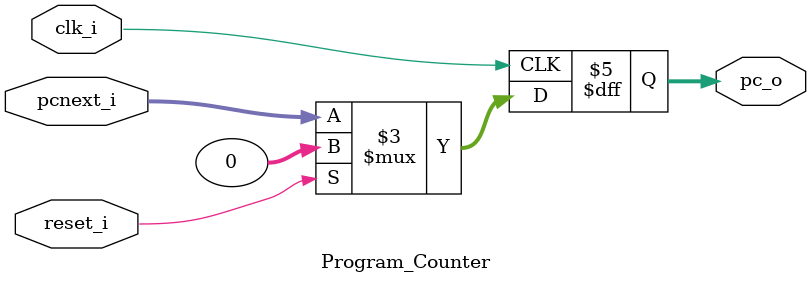
<source format=sv>
module Program_Counter(

input clk_i,reset_i,
input [31:0]pcnext_i,

output logic [31:0]pc_o

);

always_ff @(posedge clk_i) begin

if(reset_i) begin
pc_o <= 32'h00000000;
end

else begin
pc_o <= pcnext_i;
end


end



endmodule

</source>
